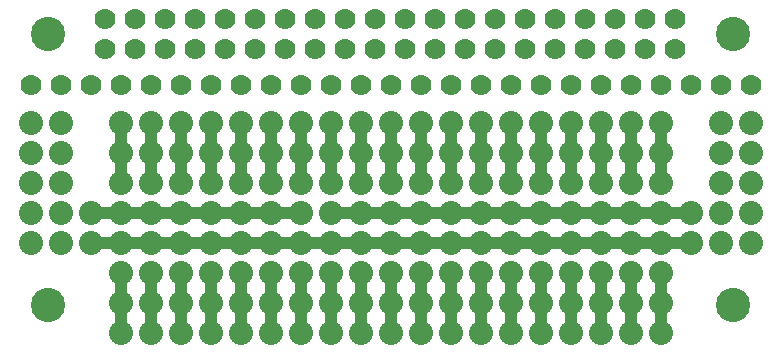
<source format=gbr>
G04 EAGLE Gerber RS-274X export*
G75*
%MOMM*%
%FSLAX34Y34*%
%LPD*%
%INSoldermask Bottom*%
%IPPOS*%
%AMOC8*
5,1,8,0,0,1.08239X$1,22.5*%
G01*
%ADD10R,1.016000X6.350000*%
%ADD11R,18.796000X1.016000*%
%ADD12R,31.496000X1.016000*%
%ADD13R,51.562000X1.016000*%
%ADD14C,2.901600*%
%ADD15C,1.778000*%
%ADD16C,2.032000*%


D10*
X96520Y164338D03*
X121920Y164338D03*
X147320Y164338D03*
X172720Y164338D03*
X198120Y164338D03*
X223520Y164338D03*
X248920Y164338D03*
X274320Y164338D03*
X299720Y164338D03*
X325120Y164338D03*
X350520Y164338D03*
X375920Y164338D03*
X401320Y164338D03*
X426720Y164338D03*
X452120Y164338D03*
X477520Y164338D03*
X502920Y164338D03*
X528320Y164338D03*
X553720Y164338D03*
X96520Y37338D03*
X121920Y37338D03*
X147320Y37338D03*
X172720Y37338D03*
X198120Y37338D03*
X223520Y37338D03*
X248920Y37338D03*
X274320Y37338D03*
X299720Y37338D03*
X325120Y37338D03*
X350520Y37338D03*
X375920Y37338D03*
X401320Y37338D03*
X426720Y37338D03*
X452120Y37338D03*
X477520Y37338D03*
X502920Y37338D03*
X528320Y37338D03*
X553720Y37338D03*
D11*
X160020Y113538D03*
D12*
X426720Y113538D03*
D13*
X323850Y88138D03*
D14*
X35000Y35078D03*
X35000Y265078D03*
X615000Y265078D03*
X615000Y35078D03*
D15*
X83700Y252378D03*
X83700Y277778D03*
X109100Y252378D03*
X109100Y277778D03*
X134500Y252378D03*
X134500Y277778D03*
X159900Y252378D03*
X159900Y277778D03*
X185300Y252378D03*
X185300Y277778D03*
X210700Y252378D03*
X210700Y277778D03*
X236100Y252378D03*
X236100Y277778D03*
X261500Y252378D03*
X261500Y277778D03*
X286900Y252378D03*
X286900Y277778D03*
X312300Y252378D03*
X312300Y277778D03*
X337700Y252378D03*
X337700Y277778D03*
X363100Y252378D03*
X363100Y277778D03*
X388500Y252378D03*
X388500Y277778D03*
X413900Y252378D03*
X413900Y277778D03*
X439300Y252378D03*
X439300Y277778D03*
X464700Y252378D03*
X464700Y277778D03*
X490100Y252378D03*
X490100Y277778D03*
X515500Y252378D03*
X515500Y277778D03*
X540900Y252378D03*
X540900Y277778D03*
X566300Y252378D03*
X566300Y277778D03*
X20320Y221488D03*
X45720Y221488D03*
X71120Y221488D03*
X96520Y221488D03*
X121920Y221488D03*
X147320Y221488D03*
X172720Y221488D03*
X198120Y221488D03*
X223520Y221488D03*
X248920Y221488D03*
X274320Y221488D03*
X299720Y221488D03*
X325120Y221488D03*
X350520Y221488D03*
X375920Y221488D03*
X401320Y221488D03*
X426720Y221488D03*
X452120Y221488D03*
X477520Y221488D03*
X502920Y221488D03*
X528320Y221488D03*
X553720Y221488D03*
X579120Y221488D03*
X604520Y221488D03*
X629920Y221488D03*
D16*
X553720Y62738D03*
X553720Y37338D03*
X553720Y11938D03*
X528320Y62738D03*
X528320Y37338D03*
X528320Y11938D03*
X502920Y62738D03*
X502920Y37338D03*
X502920Y11938D03*
X477520Y62738D03*
X477520Y37338D03*
X477520Y11938D03*
X452120Y62738D03*
X452120Y37338D03*
X452120Y11938D03*
X426720Y62738D03*
X426720Y37338D03*
X426720Y11938D03*
X375920Y62738D03*
X375920Y37338D03*
X375920Y11938D03*
X401320Y62738D03*
X401320Y37338D03*
X401320Y11938D03*
X350520Y62738D03*
X350520Y37338D03*
X350520Y11938D03*
X325120Y62738D03*
X325120Y37338D03*
X325120Y11938D03*
X274320Y62738D03*
X274320Y37338D03*
X274320Y11938D03*
X299720Y62738D03*
X299720Y37338D03*
X299720Y11938D03*
X248920Y62738D03*
X248920Y37338D03*
X248920Y11938D03*
X223520Y62738D03*
X223520Y37338D03*
X223520Y11938D03*
X198120Y62738D03*
X198120Y37338D03*
X198120Y11938D03*
X172720Y62738D03*
X172720Y37338D03*
X172720Y11938D03*
X121920Y62738D03*
X121920Y37338D03*
X121920Y11938D03*
X147320Y62738D03*
X147320Y37338D03*
X147320Y11938D03*
X96520Y62738D03*
X96520Y37338D03*
X96520Y11938D03*
X71120Y113538D03*
X96520Y113538D03*
X121920Y113538D03*
X147320Y113538D03*
X172720Y113538D03*
X198120Y113538D03*
X223520Y113538D03*
X248920Y113538D03*
X274320Y113538D03*
X299720Y113538D03*
X325120Y113538D03*
X350520Y113538D03*
X375920Y113538D03*
X401320Y113538D03*
X426720Y113538D03*
X452120Y113538D03*
X477520Y113538D03*
X502920Y113538D03*
X528320Y113538D03*
X553720Y113538D03*
X579120Y113538D03*
X579120Y88138D03*
X553720Y88138D03*
X528320Y88138D03*
X502920Y88138D03*
X477520Y88138D03*
X452120Y88138D03*
X426720Y88138D03*
X401320Y88138D03*
X375920Y88138D03*
X350520Y88138D03*
X325120Y88138D03*
X299720Y88138D03*
X248920Y88138D03*
X274320Y88138D03*
X223520Y88138D03*
X198120Y88138D03*
X172720Y88138D03*
X147320Y88138D03*
X121920Y88138D03*
X96520Y88138D03*
X71120Y88138D03*
X553720Y189738D03*
X553720Y164338D03*
X553720Y138938D03*
X528320Y189738D03*
X528320Y164338D03*
X528320Y138938D03*
X502920Y189738D03*
X502920Y164338D03*
X502920Y138938D03*
X477520Y189738D03*
X477520Y164338D03*
X477520Y138938D03*
X452120Y189738D03*
X452120Y164338D03*
X452120Y138938D03*
X426720Y189738D03*
X426720Y164338D03*
X426720Y138938D03*
X375920Y189738D03*
X375920Y164338D03*
X375920Y138938D03*
X401320Y189738D03*
X401320Y164338D03*
X401320Y138938D03*
X350520Y189738D03*
X350520Y164338D03*
X350520Y138938D03*
X325120Y189738D03*
X325120Y164338D03*
X325120Y138938D03*
X274320Y189738D03*
X274320Y164338D03*
X274320Y138938D03*
X299720Y189738D03*
X299720Y164338D03*
X299720Y138938D03*
X248920Y189738D03*
X248920Y138938D03*
X248920Y164338D03*
X223520Y189738D03*
X223520Y164338D03*
X223520Y138938D03*
X198120Y189738D03*
X198120Y164338D03*
X198120Y138938D03*
X172720Y189738D03*
X172720Y164338D03*
X172720Y138938D03*
X121920Y189738D03*
X121920Y164338D03*
X121920Y138938D03*
X147320Y189738D03*
X147320Y164338D03*
X147320Y138938D03*
X96520Y189738D03*
X96520Y164338D03*
X96520Y138938D03*
X45720Y189738D03*
X20320Y189738D03*
X20320Y164338D03*
X45720Y164338D03*
X45720Y138938D03*
X20320Y138938D03*
X20320Y113538D03*
X45720Y113538D03*
X45720Y88138D03*
X20320Y88138D03*
X629920Y189738D03*
X604520Y189738D03*
X604520Y164338D03*
X629920Y164338D03*
X629920Y138938D03*
X604520Y138938D03*
X604520Y113538D03*
X629920Y113538D03*
X629920Y88138D03*
X604520Y88138D03*
M02*

</source>
